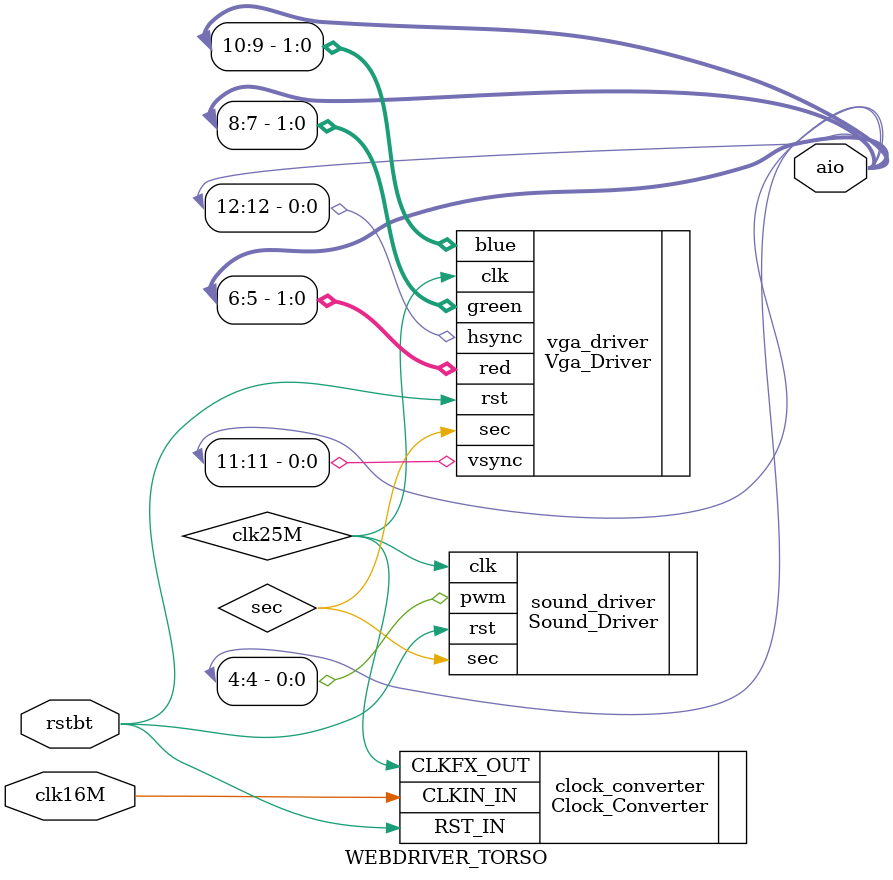
<source format=v>
`timescale 1ns / 1ps

module WEBDRIVER_TORSO(
    input clk16M,								//bemenõ 16 MHz-es órajel
	 input rstbt,								//bemenõ resetjel
    output [12:4] aio						//kimenõ piros, zöld és kék képpont jelek, valamint a kimenõ pwm jel a hangszóróhoz
    );

//A bemenõ 16 Mhz-es órajelbõl állít elõ 25 Mhz-est
Clock_Converter clock_converter (
    .CLKIN_IN(clk16M),						//bemenõ 16 MHz-es órajel
	 .RST_IN(rstbt),							//resetelhetõ
    .CLKFX_OUT(clk25M)						//kijövõ 25 MHz-es órajel
    );


//A képi megjelenítés modul
Vga_Driver vga_driver (
    .clk(clk25M), 							//bemenõ órajel
    .rst(rstbt), 								//bemenõ reset jel
    .vsync(aio[11]), 						//kimenõ vertikális szinkronjel
    .hsync(aio[12]), 						//kimenõ horizontális szinkronjel
    .red(aio[6:5]), 							//kimenõ piros képpont jelek
    .green(aio[8:7]), 						//kimenõ zöld képpont jelek
    .blue(aio[10:9]),						//kimenõ kék képpont jelek
	 .sec(sec)									//kimenõ másodperc jelzõ vezeték
    );

//Hang modul 
Sound_Driver sound_driver (
    .clk(clk25M), 							//bemenõ órajel
    .rst(rstbt), 								//bemenõ reset jel
    .sec(sec), 								//bemenõ másodperc jelzõ vezeték
    .pwm(aio[4])								//kimenõ pwm jel
    );

endmodule

</source>
